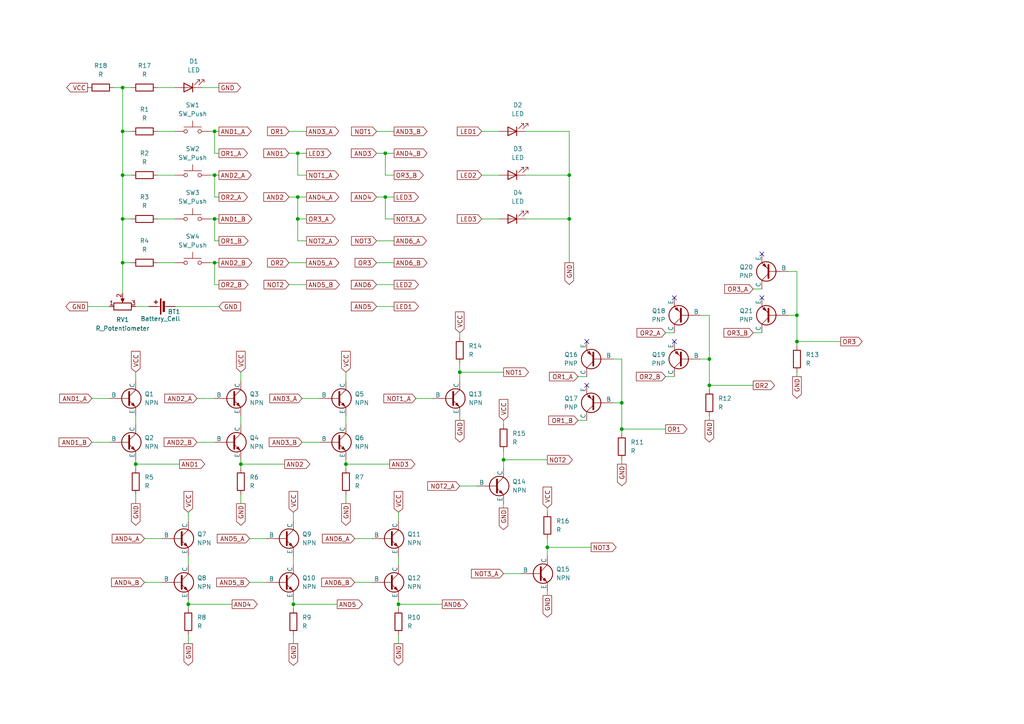
<source format=kicad_sch>
(kicad_sch (version 20250114) (generator "eeschema") (generator_version "9.0")
  (paper "A4")
  (title_block (title "2-Bit Adder") (date "2025-05-18") (rev "2") (company "Hack Club Solder (solder.hackclub.com)") (comment 4 "Ethan Zhou"))
  (lib_symbols
    (symbol "Device:Battery_Cell" (pin_numbers (hide yes)) (pin_names (offset 0) (hide yes))
      (property "Reference" "BT" (at 2.54 2.54 0))
      (property "Value" "Battery_Cell" (at 2.54 0 0))
      (symbol "Battery_Cell_0_1"
        (rectangle (start -2.286 1.778) (end 2.286 1.524) (fill (type outline)))
        (rectangle (start -1.524 1.016) (end 1.524 0.508) (fill (type outline)))
        (polyline (pts (xy 0 1.778) (xy 0 2.54)))
        (polyline (pts (xy 0 0.762) (xy 0 0)))
        (polyline (pts (xy 0.762 3.048) (xy 1.778 3.048)) (stroke (width 0.254)))
        (polyline (pts (xy 1.27 3.556) (xy 1.27 2.54)) (stroke (width 0.254)))
      )
      (symbol "Battery_Cell_1_1"
        (pin passive line (at 0 5.08 270) (length 2.54) (name "+") (number "1"))
        (pin passive line (at 0 -2.54 90) (length 2.54) (name "-") (number "2"))
      )
    )
    (symbol "Device:LED" (pin_numbers (hide yes)) (pin_names (offset 1.016) (hide yes))
      (property "Reference" "D" (at 0 2.54 0))
      (property "Value" "LED" (at 0 -2.54 0))
      (symbol "LED_0_1"
        (polyline (pts (xy -3.048 -0.762) (xy -4.572 -2.286) (xy -3.81 -2.286) (xy -4.572 -2.286) (xy -4.572 -1.524)))
        (polyline (pts (xy -1.778 -0.762) (xy -3.302 -2.286) (xy -2.54 -2.286) (xy -3.302 -2.286) (xy -3.302 -1.524)))
        (polyline (pts (xy -1.27 0) (xy 1.27 0)))
        (polyline (pts (xy -1.27 -1.27) (xy -1.27 1.27)) (stroke (width 0.254)))
        (polyline (pts (xy 1.27 -1.27) (xy 1.27 1.27) (xy -1.27 0) (xy 1.27 -1.27)) (stroke (width 0.254)))
      )
      (symbol "LED_1_1"
        (pin passive line (at -3.81 0 0) (length 2.54) (name "K") (number "1"))
        (pin passive line (at 3.81 0 180) (length 2.54) (name "A") (number "2"))
      )
    )
    (symbol "Device:R" (pin_numbers (hide yes)) (pin_names (offset 0))
      (property "Reference" "R" (at 2.032 0 90))
      (property "Value" "R" (at 0 0 90))
      (symbol "R_0_1"
        (rectangle (start -1.016 -2.54) (end 1.016 2.54) (stroke (width 0.254)))
      )
      (symbol "R_1_1"
        (pin passive line (at 0 3.81 270) (length 1.27) (name "~") (number "1"))
        (pin passive line (at 0 -3.81 90) (length 1.27) (name "~") (number "2"))
      )
    )
    (symbol "Device:R_Potentiometer" (pin_names (offset 1.016) (hide yes))
      (property "Reference" "RV" (at -4.445 0 90))
      (property "Value" "R_Potentiometer" (at -2.54 0 90))
      (symbol "R_Potentiometer_0_1"
        (rectangle (start 1.016 2.54) (end -1.016 -2.54) (stroke (width 0.254)))
        (polyline (pts (xy 1.143 0) (xy 2.286 0.508) (xy 2.286 -0.508) (xy 1.143 0)) (fill (type outline)))
        (polyline (pts (xy 2.54 0) (xy 1.524 0)))
      )
      (symbol "R_Potentiometer_1_1"
        (pin passive line (at 0 3.81 270) (length 1.27) (name "1") (number "1"))
        (pin passive line (at 0 -3.81 90) (length 1.27) (name "3") (number "3"))
        (pin passive line (at 3.81 0 180) (length 1.27) (name "2") (number "2"))
      )
    )
    (symbol "Simulation_SPICE:NPN" (pin_numbers (hide yes)) (pin_names (offset 0))
      (property "Reference" "Q" (at -2.54 7.62 0))
      (property "Value" "NPN" (at -2.54 5.08 0))
      (symbol "NPN_0_1"
        (polyline (pts (xy -2.54 0) (xy 0.635 0)) (stroke (width 0.1524)))
        (polyline (pts (xy 0.635 1.905) (xy 0.635 -1.905) (xy 0.635 -1.905)) (stroke (width 0.508)))
        (polyline (pts (xy 0.635 0.635) (xy 2.54 2.54)))
        (polyline (pts (xy 0.635 -0.635) (xy 2.54 -2.54) (xy 2.54 -2.54)))
        (circle (center 1.27 0) (radius 2.8194) (stroke (width 0.254)))
        (polyline (pts (xy 1.27 -1.778) (xy 1.778 -1.27) (xy 2.286 -2.286) (xy 1.27 -1.778) (xy 1.27 -1.778)) (fill (type outline)))
        (polyline (pts (xy 2.794 -1.27) (xy 2.794 -1.27)) (stroke (width 0.1524)))
        (polyline (pts (xy 2.794 -1.27) (xy 2.794 -1.27)) (stroke (width 0.1524)))
      )
      (symbol "NPN_1_1"
        (pin input line (at -5.08 0 0) (length 2.54) (name "B") (number "2"))
        (pin open_collector line (at 2.54 5.08 270) (length 2.54) (name "C") (number "1"))
        (pin open_emitter line (at 2.54 -5.08 90) (length 2.54) (name "E") (number "3"))
      )
    )
    (symbol "Simulation_SPICE:PNP" (pin_numbers (hide yes)) (pin_names (offset 0))
      (property "Reference" "Q" (at -2.54 7.62 0))
      (property "Value" "PNP" (at -2.54 5.08 0))
      (symbol "PNP_0_1"
        (polyline (pts (xy -2.54 0) (xy 0.635 0)) (stroke (width 0.1524)))
        (polyline (pts (xy 0.635 1.905) (xy 0.635 -1.905) (xy 0.635 -1.905)) (stroke (width 0.508)))
        (polyline (pts (xy 0.635 0.635) (xy 2.54 2.54)))
        (polyline (pts (xy 0.635 -0.635) (xy 2.54 -2.54) (xy 2.54 -2.54)))
        (circle (center 1.27 0) (radius 2.8194) (stroke (width 0.254)))
        (polyline (pts (xy 2.286 -1.778) (xy 1.778 -2.286) (xy 1.27 -1.27) (xy 2.286 -1.778) (xy 2.286 -1.778)) (fill (type outline)))
      )
      (symbol "PNP_1_1"
        (pin input line (at -5.08 0 0) (length 2.54) (name "B") (number "2"))
        (pin open_collector line (at 2.54 5.08 270) (length 2.54) (name "C") (number "1"))
        (pin open_emitter line (at 2.54 -5.08 90) (length 2.54) (name "E") (number "3"))
      )
    )
    (symbol "Switch:SW_Push" (pin_numbers (hide yes)) (pin_names (offset 1.016) (hide yes))
      (property "Reference" "SW" (at 1.27 2.54 0))
      (property "Value" "SW_Push" (at 0 -1.524 0))
      (symbol "SW_Push_0_1"
        (circle (center -2.032 0) (radius 0.508))
        (polyline (pts (xy 0 1.27) (xy 0 3.048)))
        (circle (center 2.032 0) (radius 0.508))
        (polyline (pts (xy 2.54 1.27) (xy -2.54 1.27)))
        (pin passive line (at -5.08 0 0) (length 2.54) (name "1") (number "1"))
        (pin passive line (at 5.08 0 180) (length 2.54) (name "2") (number "2"))
      )
    )
  )
  (junction (at 86.36 57.15))
  (junction (at 111.76 44.45))
  (junction (at 205.74 104.14))
  (junction (at 54.61 175.26))
  (junction (at 133.35 107.95))
  (junction (at 100.33 134.62))
  (junction (at 165.1 63.5))
  (junction (at 69.85 134.62))
  (junction (at 39.37 134.62))
  (junction (at 35.56 76.2))
  (junction (at 86.36 63.5))
  (junction (at 35.56 50.8))
  (junction (at 231.14 99.06))
  (junction (at 146.05 133.35))
  (junction (at 205.74 111.76))
  (junction (at 165.1 50.8))
  (junction (at 62.23 38.1))
  (junction (at 158.75 158.75))
  (junction (at 85.09 175.26))
  (junction (at 35.56 38.1))
  (junction (at 111.76 57.15))
  (junction (at 35.56 25.4))
  (junction (at 62.23 76.2))
  (junction (at 231.14 91.44))
  (junction (at 115.57 175.26))
  (junction (at 62.23 50.8))
  (junction (at 62.23 63.5))
  (junction (at 180.34 116.84))
  (junction (at 86.36 44.45))
  (junction (at 35.56 63.5))
  (junction (at 180.34 124.46))
  (no_connect (at 195.58 99.06))
  (no_connect (at 220.98 73.66))
  (no_connect (at 170.18 111.76))
  (no_connect (at 170.18 99.06))
  (no_connect (at 195.58 86.36))
  (no_connect (at 220.98 86.36))
  (wire (pts (xy 69.85 120.65) (xy 69.85 123.19)))
  (wire (pts (xy 86.36 50.8) (xy 88.9 50.8)))
  (wire (pts (xy 72.39 156.21) (xy 77.47 156.21)))
  (wire (pts (xy 86.36 44.45) (xy 88.9 44.45)))
  (wire (pts (xy 60.96 50.8) (xy 62.23 50.8)))
  (wire (pts (xy 39.37 134.62) (xy 39.37 135.89)))
  (wire (pts (xy 60.96 38.1) (xy 62.23 38.1)))
  (wire (pts (xy 62.23 69.85) (xy 63.5 69.85)))
  (wire (pts (xy 45.72 76.2) (xy 50.8 76.2)))
  (wire (pts (xy 69.85 134.62) (xy 82.55 134.62)))
  (wire (pts (xy 102.87 168.91) (xy 107.95 168.91)))
  (wire (pts (xy 35.56 76.2) (xy 35.56 85.09)))
  (wire (pts (xy 158.75 171.45) (xy 158.75 172.72)))
  (wire (pts (xy 167.64 121.92) (xy 170.18 121.92)))
  (wire (pts (xy 83.82 82.55) (xy 88.9 82.55)))
  (wire (pts (xy 41.91 156.21) (xy 46.99 156.21)))
  (wire (pts (xy 115.57 148.59) (xy 115.57 151.13)))
  (wire (pts (xy 86.36 57.15) (xy 86.36 63.5)))
  (wire (pts (xy 45.72 25.4) (xy 50.8 25.4)))
  (wire (pts (xy 109.22 44.45) (xy 111.76 44.45)))
  (wire (pts (xy 102.87 156.21) (xy 107.95 156.21)))
  (wire (pts (xy 86.36 69.85) (xy 88.9 69.85)))
  (wire (pts (xy 158.75 158.75) (xy 158.75 161.29)))
  (wire (pts (xy 158.75 156.21) (xy 158.75 158.75)))
  (wire (pts (xy 62.23 82.55) (xy 63.5 82.55)))
  (wire (pts (xy 111.76 44.45) (xy 111.76 50.8)))
  (wire (pts (xy 83.82 57.15) (xy 86.36 57.15)))
  (wire (pts (xy 205.74 111.76) (xy 205.74 113.03)))
  (wire (pts (xy 139.7 63.5) (xy 144.78 63.5)))
  (wire (pts (xy 69.85 107.95) (xy 69.85 110.49)))
  (wire (pts (xy 62.23 57.15) (xy 63.5 57.15)))
  (wire (pts (xy 54.61 175.26) (xy 54.61 176.53)))
  (wire (pts (xy 85.09 175.26) (xy 97.79 175.26)))
  (wire (pts (xy 133.35 107.95) (xy 133.35 110.49)))
  (wire (pts (xy 180.34 104.14) (xy 180.34 116.84)))
  (wire (pts (xy 62.23 38.1) (xy 63.5 38.1)))
  (wire (pts (xy 83.82 44.45) (xy 86.36 44.45)))
  (wire (pts (xy 39.37 143.51) (xy 39.37 146.05)))
  (wire (pts (xy 85.09 148.59) (xy 85.09 151.13)))
  (wire (pts (xy 62.23 50.8) (xy 63.5 50.8)))
  (wire (pts (xy 38.1 50.8) (xy 35.56 50.8)))
  (wire (pts (xy 62.23 63.5) (xy 62.23 69.85)))
  (wire (pts (xy 115.57 173.99) (xy 115.57 175.26)))
  (wire (pts (xy 62.23 63.5) (xy 63.5 63.5)))
  (wire (pts (xy 38.1 38.1) (xy 35.56 38.1)))
  (wire (pts (xy 109.22 69.85) (xy 114.3 69.85)))
  (wire (pts (xy 218.44 83.82) (xy 220.98 83.82)))
  (wire (pts (xy 85.09 173.99) (xy 85.09 175.26)))
  (wire (pts (xy 54.61 148.59) (xy 54.61 151.13)))
  (wire (pts (xy 100.33 143.51) (xy 100.33 146.05)))
  (wire (pts (xy 167.64 109.22) (xy 170.18 109.22)))
  (wire (pts (xy 62.23 76.2) (xy 63.5 76.2)))
  (wire (pts (xy 85.09 184.15) (xy 85.09 186.69)))
  (wire (pts (xy 69.85 134.62) (xy 69.85 135.89)))
  (wire (pts (xy 100.33 134.62) (xy 100.33 135.89)))
  (wire (pts (xy 62.23 76.2) (xy 62.23 82.55)))
  (wire (pts (xy 62.23 44.45) (xy 63.5 44.45)))
  (wire (pts (xy 133.35 120.65) (xy 133.35 121.92)))
  (wire (pts (xy 205.74 104.14) (xy 205.74 111.76)))
  (wire (pts (xy 203.2 91.44) (xy 205.74 91.44)))
  (wire (pts (xy 39.37 134.62) (xy 52.07 134.62)))
  (wire (pts (xy 41.91 168.91) (xy 46.99 168.91)))
  (wire (pts (xy 139.7 38.1) (xy 144.78 38.1)))
  (wire (pts (xy 35.56 25.4) (xy 38.1 25.4)))
  (wire (pts (xy 111.76 57.15) (xy 111.76 63.5)))
  (wire (pts (xy 133.35 140.97) (xy 138.43 140.97)))
  (wire (pts (xy 228.6 78.74) (xy 231.14 78.74)))
  (wire (pts (xy 165.1 50.8) (xy 165.1 63.5)))
  (wire (pts (xy 72.39 168.91) (xy 77.47 168.91)))
  (wire (pts (xy 146.05 121.92) (xy 146.05 123.19)))
  (wire (pts (xy 25.4 88.9) (xy 31.75 88.9)))
  (wire (pts (xy 146.05 133.35) (xy 146.05 135.89)))
  (wire (pts (xy 60.96 76.2) (xy 62.23 76.2)))
  (wire (pts (xy 69.85 143.51) (xy 69.85 146.05)))
  (wire (pts (xy 180.34 133.35) (xy 180.34 134.62)))
  (wire (pts (xy 180.34 124.46) (xy 180.34 125.73)))
  (wire (pts (xy 50.8 88.9) (xy 63.5 88.9)))
  (wire (pts (xy 111.76 63.5) (xy 114.3 63.5)))
  (wire (pts (xy 146.05 133.35) (xy 158.75 133.35)))
  (wire (pts (xy 205.74 120.65) (xy 205.74 121.92)))
  (wire (pts (xy 228.6 91.44) (xy 231.14 91.44)))
  (wire (pts (xy 109.22 82.55) (xy 114.3 82.55)))
  (wire (pts (xy 109.22 88.9) (xy 114.3 88.9)))
  (wire (pts (xy 231.14 91.44) (xy 231.14 99.06)))
  (wire (pts (xy 87.63 115.57) (xy 92.71 115.57)))
  (wire (pts (xy 35.56 76.2) (xy 38.1 76.2)))
  (wire (pts (xy 203.2 104.14) (xy 205.74 104.14)))
  (wire (pts (xy 85.09 161.29) (xy 85.09 163.83)))
  (wire (pts (xy 86.36 57.15) (xy 88.9 57.15)))
  (wire (pts (xy 115.57 175.26) (xy 128.27 175.26)))
  (wire (pts (xy 39.37 120.65) (xy 39.37 123.19)))
  (wire (pts (xy 45.72 38.1) (xy 50.8 38.1)))
  (wire (pts (xy 39.37 133.35) (xy 39.37 134.62)))
  (wire (pts (xy 146.05 130.81) (xy 146.05 133.35)))
  (wire (pts (xy 83.82 76.2) (xy 88.9 76.2)))
  (wire (pts (xy 109.22 38.1) (xy 114.3 38.1)))
  (wire (pts (xy 100.33 120.65) (xy 100.33 123.19)))
  (wire (pts (xy 109.22 57.15) (xy 111.76 57.15)))
  (wire (pts (xy 120.65 115.57) (xy 125.73 115.57)))
  (wire (pts (xy 111.76 50.8) (xy 114.3 50.8)))
  (wire (pts (xy 60.96 63.5) (xy 62.23 63.5)))
  (wire (pts (xy 231.14 107.95) (xy 231.14 109.22)))
  (wire (pts (xy 205.74 91.44) (xy 205.74 104.14)))
  (wire (pts (xy 111.76 44.45) (xy 114.3 44.45)))
  (wire (pts (xy 39.37 88.9) (xy 43.18 88.9)))
  (wire (pts (xy 57.15 128.27) (xy 62.23 128.27)))
  (wire (pts (xy 109.22 76.2) (xy 114.3 76.2)))
  (wire (pts (xy 146.05 166.37) (xy 151.13 166.37)))
  (wire (pts (xy 133.35 107.95) (xy 146.05 107.95)))
  (wire (pts (xy 180.34 116.84) (xy 180.34 124.46)))
  (wire (pts (xy 87.63 128.27) (xy 92.71 128.27)))
  (wire (pts (xy 35.56 38.1) (xy 35.56 25.4)))
  (wire (pts (xy 100.33 133.35) (xy 100.33 134.62)))
  (wire (pts (xy 35.56 38.1) (xy 35.56 50.8)))
  (wire (pts (xy 62.23 38.1) (xy 62.23 44.45)))
  (wire (pts (xy 54.61 175.26) (xy 67.31 175.26)))
  (wire (pts (xy 45.72 50.8) (xy 50.8 50.8)))
  (wire (pts (xy 115.57 175.26) (xy 115.57 176.53)))
  (wire (pts (xy 35.56 63.5) (xy 35.56 76.2)))
  (wire (pts (xy 39.37 107.95) (xy 39.37 110.49)))
  (wire (pts (xy 85.09 175.26) (xy 85.09 176.53)))
  (wire (pts (xy 86.36 63.5) (xy 88.9 63.5)))
  (wire (pts (xy 139.7 50.8) (xy 144.78 50.8)))
  (wire (pts (xy 100.33 107.95) (xy 100.33 110.49)))
  (wire (pts (xy 86.36 63.5) (xy 86.36 69.85)))
  (wire (pts (xy 83.82 38.1) (xy 88.9 38.1)))
  (wire (pts (xy 205.74 111.76) (xy 218.44 111.76)))
  (wire (pts (xy 86.36 44.45) (xy 86.36 50.8)))
  (wire (pts (xy 231.14 99.06) (xy 231.14 100.33)))
  (wire (pts (xy 100.33 134.62) (xy 113.03 134.62)))
  (wire (pts (xy 165.1 38.1) (xy 165.1 50.8)))
  (wire (pts (xy 58.42 25.4) (xy 63.5 25.4)))
  (wire (pts (xy 54.61 184.15) (xy 54.61 186.69)))
  (wire (pts (xy 152.4 38.1) (xy 165.1 38.1)))
  (wire (pts (xy 177.8 104.14) (xy 180.34 104.14)))
  (wire (pts (xy 177.8 116.84) (xy 180.34 116.84)))
  (wire (pts (xy 45.72 63.5) (xy 50.8 63.5)))
  (wire (pts (xy 35.56 50.8) (xy 35.56 63.5)))
  (wire (pts (xy 231.14 99.06) (xy 243.84 99.06)))
  (wire (pts (xy 158.75 158.75) (xy 171.45 158.75)))
  (wire (pts (xy 231.14 78.74) (xy 231.14 91.44)))
  (wire (pts (xy 35.56 63.5) (xy 38.1 63.5)))
  (wire (pts (xy 115.57 184.15) (xy 115.57 186.69)))
  (wire (pts (xy 133.35 96.52) (xy 133.35 97.79)))
  (wire (pts (xy 193.04 96.52) (xy 195.58 96.52)))
  (wire (pts (xy 54.61 161.29) (xy 54.61 163.83)))
  (wire (pts (xy 152.4 50.8) (xy 165.1 50.8)))
  (wire (pts (xy 193.04 109.22) (xy 195.58 109.22)))
  (wire (pts (xy 57.15 115.57) (xy 62.23 115.57)))
  (wire (pts (xy 62.23 50.8) (xy 62.23 57.15)))
  (wire (pts (xy 54.61 173.99) (xy 54.61 175.26)))
  (wire (pts (xy 152.4 63.5) (xy 165.1 63.5)))
  (wire (pts (xy 158.75 147.32) (xy 158.75 148.59)))
  (wire (pts (xy 26.67 128.27) (xy 31.75 128.27)))
  (wire (pts (xy 33.02 25.4) (xy 35.56 25.4)))
  (wire (pts (xy 69.85 133.35) (xy 69.85 134.62)))
  (wire (pts (xy 146.05 146.05) (xy 146.05 147.32)))
  (wire (pts (xy 26.67 115.57) (xy 31.75 115.57)))
  (wire (pts (xy 133.35 105.41) (xy 133.35 107.95)))
  (wire (pts (xy 111.76 57.15) (xy 114.3 57.15)))
  (wire (pts (xy 165.1 63.5) (xy 165.1 76.2)))
  (wire (pts (xy 218.44 96.52) (xy 220.98 96.52)))
  (wire (pts (xy 115.57 161.29) (xy 115.57 163.83)))
  (wire (pts (xy 180.34 124.46) (xy 193.04 124.46)))
  (global_label "GND" (shape output) (at 63.5 25.4 0) (property "Intersheetrefs" "${INTERSHEET_REFS}" (effects (hide yes))))
  (global_label "AND6_B" (shape output) (at 114.3 76.2 0) (property "Intersheetrefs" "${INTERSHEET_REFS}" (effects (hide yes))))
  (global_label "GND" (shape output) (at 158.75 172.72 270) (property "Intersheetrefs" "${INTERSHEET_REFS}" (effects (hide yes))))
  (global_label "NOT3_A" (shape input) (at 146.05 166.37 180) (property "Intersheetrefs" "${INTERSHEET_REFS}" (effects (hide yes))))
  (global_label "VCC" (shape input) (at 133.35 96.52 90) (property "Intersheetrefs" "${INTERSHEET_REFS}" (effects (hide yes))))
  (global_label "GND" (shape input) (at 63.5 88.9 0) (property "Intersheetrefs" "${INTERSHEET_REFS}" (effects (hide yes))))
  (global_label "GND" (shape output) (at 165.1 76.2 270) (property "Intersheetrefs" "${INTERSHEET_REFS}" (effects (hide yes))))
  (global_label "GND" (shape output) (at 205.74 121.92 270) (property "Intersheetrefs" "${INTERSHEET_REFS}" (effects (hide yes))))
  (global_label "OR1_A" (shape input) (at 167.64 109.22 180) (property "Intersheetrefs" "${INTERSHEET_REFS}" (effects (hide yes))))
  (global_label "AND5" (shape input) (at 109.22 88.9 180) (property "Intersheetrefs" "${INTERSHEET_REFS}" (effects (hide yes))))
  (global_label "LED1" (shape output) (at 114.3 88.9 0) (property "Intersheetrefs" "${INTERSHEET_REFS}" (effects (hide yes))))
  (global_label "LED2" (shape input) (at 139.7 50.8 180) (property "Intersheetrefs" "${INTERSHEET_REFS}" (effects (hide yes))))
  (global_label "AND1_A" (shape input) (at 26.67 115.57 180) (property "Intersheetrefs" "${INTERSHEET_REFS}" (effects (hide yes))))
  (global_label "OR1_A" (shape output) (at 63.5 44.45 0) (property "Intersheetrefs" "${INTERSHEET_REFS}" (effects (hide yes))))
  (global_label "OR1" (shape output) (at 193.04 124.46 0) (property "Intersheetrefs" "${INTERSHEET_REFS}" (effects (hide yes))))
  (global_label "GND" (shape output) (at 133.35 121.92 270) (property "Intersheetrefs" "${INTERSHEET_REFS}" (effects (hide yes))))
  (global_label "NOT3_A" (shape output) (at 114.3 63.5 0) (property "Intersheetrefs" "${INTERSHEET_REFS}" (effects (hide yes))))
  (global_label "LED3" (shape input) (at 139.7 63.5 180) (property "Intersheetrefs" "${INTERSHEET_REFS}" (effects (hide yes))))
  (global_label "OR3_A" (shape output) (at 88.9 63.5 0) (property "Intersheetrefs" "${INTERSHEET_REFS}" (effects (hide yes))))
  (global_label "VCC" (shape input) (at 85.09 148.59 90) (property "Intersheetrefs" "${INTERSHEET_REFS}" (effects (hide yes))))
  (global_label "VCC" (shape input) (at 146.05 121.92 90) (property "Intersheetrefs" "${INTERSHEET_REFS}" (effects (hide yes))))
  (global_label "OR2_B" (shape output) (at 63.5 82.55 0) (property "Intersheetrefs" "${INTERSHEET_REFS}" (effects (hide yes))))
  (global_label "OR1_B" (shape output) (at 63.5 69.85 0) (property "Intersheetrefs" "${INTERSHEET_REFS}" (effects (hide yes))))
  (global_label "LED2" (shape output) (at 114.3 82.55 0) (property "Intersheetrefs" "${INTERSHEET_REFS}" (effects (hide yes))))
  (global_label "GND" (shape output) (at 115.57 186.69 270) (property "Intersheetrefs" "${INTERSHEET_REFS}" (effects (hide yes))))
  (global_label "AND5_B" (shape output) (at 88.9 82.55 0) (property "Intersheetrefs" "${INTERSHEET_REFS}" (effects (hide yes))))
  (global_label "OR2_A" (shape output) (at 63.5 57.15 0) (property "Intersheetrefs" "${INTERSHEET_REFS}" (effects (hide yes))))
  (global_label "AND3_B" (shape input) (at 87.63 128.27 180) (property "Intersheetrefs" "${INTERSHEET_REFS}" (effects (hide yes))))
  (global_label "VCC" (shape input) (at 115.57 148.59 90) (property "Intersheetrefs" "${INTERSHEET_REFS}" (effects (hide yes))))
  (global_label "AND3_A" (shape output) (at 88.9 38.1 0) (property "Intersheetrefs" "${INTERSHEET_REFS}" (effects (hide yes))))
  (global_label "OR2" (shape input) (at 83.82 76.2 180) (property "Intersheetrefs" "${INTERSHEET_REFS}" (effects (hide yes))))
  (global_label "NOT1_A" (shape input) (at 120.65 115.57 180) (property "Intersheetrefs" "${INTERSHEET_REFS}" (effects (hide yes))))
  (global_label "OR1_B" (shape input) (at 167.64 121.92 180) (property "Intersheetrefs" "${INTERSHEET_REFS}" (effects (hide yes))))
  (global_label "VCC" (shape input) (at 100.33 107.95 90) (property "Intersheetrefs" "${INTERSHEET_REFS}" (effects (hide yes))))
  (global_label "AND4_A" (shape output) (at 88.9 57.15 0) (property "Intersheetrefs" "${INTERSHEET_REFS}" (effects (hide yes))))
  (global_label "OR3_A" (shape input) (at 218.44 83.82 180) (property "Intersheetrefs" "${INTERSHEET_REFS}" (effects (hide yes))))
  (global_label "AND5_B" (shape input) (at 72.39 168.91 180) (property "Intersheetrefs" "${INTERSHEET_REFS}" (effects (hide yes))))
  (global_label "GND" (shape output) (at 54.61 186.69 270) (property "Intersheetrefs" "${INTERSHEET_REFS}" (effects (hide yes))))
  (global_label "NOT1" (shape output) (at 146.05 107.95 0) (property "Intersheetrefs" "${INTERSHEET_REFS}" (effects (hide yes))))
  (global_label "AND1" (shape output) (at 52.07 134.62 0) (property "Intersheetrefs" "${INTERSHEET_REFS}" (effects (hide yes))))
  (global_label "NOT2" (shape output) (at 158.75 133.35 0) (property "Intersheetrefs" "${INTERSHEET_REFS}" (effects (hide yes))))
  (global_label "AND4" (shape input) (at 109.22 57.15 180) (property "Intersheetrefs" "${INTERSHEET_REFS}" (effects (hide yes))))
  (global_label "GND" (shape output) (at 39.37 146.05 270) (property "Intersheetrefs" "${INTERSHEET_REFS}" (effects (hide yes))))
  (global_label "AND6_A" (shape output) (at 114.3 69.85 0) (property "Intersheetrefs" "${INTERSHEET_REFS}" (effects (hide yes))))
  (global_label "AND4_A" (shape input) (at 41.91 156.21 180) (property "Intersheetrefs" "${INTERSHEET_REFS}" (effects (hide yes))))
  (global_label "AND5" (shape output) (at 97.79 175.26 0) (property "Intersheetrefs" "${INTERSHEET_REFS}" (effects (hide yes))))
  (global_label "OR3_B" (shape output) (at 114.3 50.8 0) (property "Intersheetrefs" "${INTERSHEET_REFS}" (effects (hide yes))))
  (global_label "AND1_B" (shape output) (at 63.5 63.5 0) (property "Intersheetrefs" "${INTERSHEET_REFS}" (effects (hide yes))))
  (global_label "NOT3" (shape output) (at 171.45 158.75 0) (property "Intersheetrefs" "${INTERSHEET_REFS}" (effects (hide yes))))
  (global_label "OR2_A" (shape input) (at 193.04 96.52 180) (property "Intersheetrefs" "${INTERSHEET_REFS}" (effects (hide yes))))
  (global_label "AND4" (shape output) (at 67.31 175.26 0) (property "Intersheetrefs" "${INTERSHEET_REFS}" (effects (hide yes))))
  (global_label "AND2" (shape output) (at 82.55 134.62 0) (property "Intersheetrefs" "${INTERSHEET_REFS}" (effects (hide yes))))
  (global_label "AND2_B" (shape input) (at 57.15 128.27 180) (property "Intersheetrefs" "${INTERSHEET_REFS}" (effects (hide yes))))
  (global_label "AND3_A" (shape input) (at 87.63 115.57 180) (property "Intersheetrefs" "${INTERSHEET_REFS}" (effects (hide yes))))
  (global_label "VCC" (shape input) (at 158.75 147.32 90) (property "Intersheetrefs" "${INTERSHEET_REFS}" (effects (hide yes))))
  (global_label "LED3" (shape output) (at 114.3 57.15 0) (property "Intersheetrefs" "${INTERSHEET_REFS}" (effects (hide yes))))
  (global_label "GND" (shape output) (at 25.4 88.9 180) (property "Intersheetrefs" "${INTERSHEET_REFS}" (effects (hide yes))))
  (global_label "OR2" (shape output) (at 218.44 111.76 0) (property "Intersheetrefs" "${INTERSHEET_REFS}" (effects (hide yes))))
  (global_label "AND2_A" (shape input) (at 57.15 115.57 180) (property "Intersheetrefs" "${INTERSHEET_REFS}" (effects (hide yes))))
  (global_label "VCC" (shape input) (at 39.37 107.95 90) (property "Intersheetrefs" "${INTERSHEET_REFS}" (effects (hide yes))))
  (global_label "GND" (shape output) (at 146.05 147.32 270) (property "Intersheetrefs" "${INTERSHEET_REFS}" (effects (hide yes))))
  (global_label "OR3" (shape output) (at 243.84 99.06 0) (property "Intersheetrefs" "${INTERSHEET_REFS}" (effects (hide yes))))
  (global_label "LED1" (shape input) (at 139.7 38.1 180) (property "Intersheetrefs" "${INTERSHEET_REFS}" (effects (hide yes))))
  (global_label "LED3" (shape output) (at 88.9 44.45 0) (property "Intersheetrefs" "${INTERSHEET_REFS}" (effects (hide yes))))
  (global_label "NOT1_A" (shape output) (at 88.9 50.8 0) (property "Intersheetrefs" "${INTERSHEET_REFS}" (effects (hide yes))))
  (global_label "OR3_B" (shape input) (at 218.44 96.52 180) (property "Intersheetrefs" "${INTERSHEET_REFS}" (effects (hide yes))))
  (global_label "AND6" (shape input) (at 109.22 82.55 180) (property "Intersheetrefs" "${INTERSHEET_REFS}" (effects (hide yes))))
  (global_label "NOT2" (shape input) (at 83.82 82.55 180) (property "Intersheetrefs" "${INTERSHEET_REFS}" (effects (hide yes))))
  (global_label "AND5_A" (shape input) (at 72.39 156.21 180) (property "Intersheetrefs" "${INTERSHEET_REFS}" (effects (hide yes))))
  (global_label "AND6" (shape output) (at 128.27 175.26 0) (property "Intersheetrefs" "${INTERSHEET_REFS}" (effects (hide yes))))
  (global_label "NOT3" (shape input) (at 109.22 69.85 180) (property "Intersheetrefs" "${INTERSHEET_REFS}" (effects (hide yes))))
  (global_label "AND1_B" (shape input) (at 26.67 128.27 180) (property "Intersheetrefs" "${INTERSHEET_REFS}" (effects (hide yes))))
  (global_label "GND" (shape output) (at 231.14 109.22 270) (property "Intersheetrefs" "${INTERSHEET_REFS}" (effects (hide yes))))
  (global_label "AND2_A" (shape output) (at 63.5 50.8 0) (property "Intersheetrefs" "${INTERSHEET_REFS}" (effects (hide yes))))
  (global_label "NOT2_A" (shape input) (at 133.35 140.97 180) (property "Intersheetrefs" "${INTERSHEET_REFS}" (effects (hide yes))))
  (global_label "AND1" (shape input) (at 83.82 44.45 180) (property "Intersheetrefs" "${INTERSHEET_REFS}" (effects (hide yes))))
  (global_label "AND3" (shape output) (at 113.03 134.62 0) (property "Intersheetrefs" "${INTERSHEET_REFS}" (effects (hide yes))))
  (global_label "OR3" (shape input) (at 109.22 76.2 180) (property "Intersheetrefs" "${INTERSHEET_REFS}" (effects (hide yes))))
  (global_label "VCC" (shape input) (at 54.61 148.59 90) (property "Intersheetrefs" "${INTERSHEET_REFS}" (effects (hide yes))))
  (global_label "GND" (shape output) (at 85.09 186.69 270) (property "Intersheetrefs" "${INTERSHEET_REFS}" (effects (hide yes))))
  (global_label "NOT2_A" (shape output) (at 88.9 69.85 0) (property "Intersheetrefs" "${INTERSHEET_REFS}" (effects (hide yes))))
  (global_label "AND2_B" (shape output) (at 63.5 76.2 0) (property "Intersheetrefs" "${INTERSHEET_REFS}" (effects (hide yes))))
  (global_label "VCC" (shape output) (at 25.4 25.4 180) (property "Intersheetrefs" "${INTERSHEET_REFS}" (effects (hide yes))))
  (global_label "OR1" (shape input) (at 83.82 38.1 180) (property "Intersheetrefs" "${INTERSHEET_REFS}" (effects (hide yes))))
  (global_label "AND3" (shape input) (at 109.22 44.45 180) (property "Intersheetrefs" "${INTERSHEET_REFS}" (effects (hide yes))))
  (global_label "GND" (shape output) (at 180.34 134.62 270) (property "Intersheetrefs" "${INTERSHEET_REFS}" (effects (hide yes))))
  (global_label "NOT1" (shape input) (at 109.22 38.1 180) (property "Intersheetrefs" "${INTERSHEET_REFS}" (effects (hide yes))))
  (global_label "OR2_B" (shape input) (at 193.04 109.22 180) (property "Intersheetrefs" "${INTERSHEET_REFS}" (effects (hide yes))))
  (global_label "AND6_A" (shape input) (at 102.87 156.21 180) (property "Intersheetrefs" "${INTERSHEET_REFS}" (effects (hide yes))))
  (global_label "AND1_A" (shape output) (at 63.5 38.1 0) (property "Intersheetrefs" "${INTERSHEET_REFS}" (effects (hide yes))))
  (global_label "AND3_B" (shape output) (at 114.3 38.1 0) (property "Intersheetrefs" "${INTERSHEET_REFS}" (effects (hide yes))))
  (global_label "VCC" (shape input) (at 69.85 107.95 90) (property "Intersheetrefs" "${INTERSHEET_REFS}" (effects (hide yes))))
  (global_label "AND6_B" (shape input) (at 102.87 168.91 180) (property "Intersheetrefs" "${INTERSHEET_REFS}" (effects (hide yes))))
  (global_label "GND" (shape output) (at 100.33 146.05 270) (property "Intersheetrefs" "${INTERSHEET_REFS}" (effects (hide yes))))
  (global_label "AND4_B" (shape output) (at 114.3 44.45 0) (property "Intersheetrefs" "${INTERSHEET_REFS}" (effects (hide yes))))
  (global_label "AND2" (shape input) (at 83.82 57.15 180) (property "Intersheetrefs" "${INTERSHEET_REFS}" (effects (hide yes))))
  (global_label "GND" (shape output) (at 69.85 146.05 270) (property "Intersheetrefs" "${INTERSHEET_REFS}" (effects (hide yes))))
  (global_label "AND4_B" (shape input) (at 41.91 168.91 180) (property "Intersheetrefs" "${INTERSHEET_REFS}" (effects (hide yes))))
  (global_label "AND5_A" (shape output) (at 88.9 76.2 0) (property "Intersheetrefs" "${INTERSHEET_REFS}" (effects (hide yes))))
  (symbol (lib_id "Device:R") (at 133.35 101.6 0) (unit 1)
    (property "Reference" "R14" (at 135.89 100.3299 0) (effects (justify left)))
    (property "Value" "R" (at 135.89 102.8699 0) (effects (justify left)))
    (property "Footprint" "Resistor_THT:R_Axial_DIN0207_L6.3mm_D2.5mm_P7.62mm_Horizontal" (effects (hide yes)))
    (property "Description" "Resistor" (effects (hide yes)))
  )
  (symbol (lib_id "Device:R") (at 39.37 139.7 0) (unit 1)
    (property "Reference" "R5" (at 41.91 138.4299 0) (effects (justify left)))
    (property "Value" "R" (at 41.91 140.9699 0) (effects (justify left)))
    (property "Footprint" "Resistor_THT:R_Axial_DIN0207_L6.3mm_D2.5mm_P7.62mm_Horizontal" (effects (hide yes)))
    (property "Description" "Resistor" (effects (hide yes)))
  )
  (symbol (lib_id "Device:R") (at 41.91 76.2 90) (unit 1)
    (property "Reference" "R4" (at 41.91 69.85 90))
    (property "Value" "R" (at 41.91 72.39 90))
    (property "Footprint" "Resistor_THT:R_Axial_DIN0207_L6.3mm_D2.5mm_P7.62mm_Horizontal" (effects (hide yes)))
    (property "Description" "Resistor" (effects (hide yes)))
  )
  (symbol (lib_id "Simulation_SPICE:PNP") (at 223.52 78.74 180) (unit 1)
    (property "Reference" "Q20" (at 218.44 77.4699 0) (effects (justify left)))
    (property "Value" "PNP" (at 218.44 80.0099 0) (effects (justify left)))
    (property "Footprint" "Package_TO_SOT_THT:TO-92L_HandSolder" (effects (hide yes)))
    (property "Datasheet" "https://ngspice.sourceforge.io/docs/ngspice-html-manual/manual.xhtml#cha_BJTs" (effects (hide yes)))
    (property "Description" "Bipolar transistor symbol for simulation only, substrate tied to the emitter" (effects (hide yes)))
    (property "Sim.Device" "PNP" (effects (hide yes)))
    (property "Sim.Type" "GUMMELPOON" (effects (hide yes)))
    (property "Sim.Pins" "1=C 2=B 3=E" (effects (hide yes)))
  )
  (symbol (lib_id "Simulation_SPICE:NPN") (at 156.21 166.37 0) (unit 1)
    (property "Reference" "Q15" (at 161.29 165.0999 0) (effects (justify left)))
    (property "Value" "NPN" (at 161.29 167.6399 0) (effects (justify left)))
    (property "Footprint" "Package_TO_SOT_THT:TO-92L_HandSolder" (effects (hide yes)))
    (property "Datasheet" "https://ngspice.sourceforge.io/docs/ngspice-html-manual/manual.xhtml#cha_BJTs" (effects (hide yes)))
    (property "Description" "Bipolar transistor symbol for simulation only, substrate tied to the emitter" (effects (hide yes)))
    (property "Sim.Device" "NPN" (effects (hide yes)))
    (property "Sim.Type" "GUMMELPOON" (effects (hide yes)))
    (property "Sim.Pins" "1=C 2=B 3=E" (effects (hide yes)))
  )
  (symbol (lib_id "Device:R") (at 100.33 139.7 0) (unit 1)
    (property "Reference" "R7" (at 102.87 138.4299 0) (effects (justify left)))
    (property "Value" "R" (at 102.87 140.9699 0) (effects (justify left)))
    (property "Footprint" "Resistor_THT:R_Axial_DIN0207_L6.3mm_D2.5mm_P7.62mm_Horizontal" (effects (hide yes)))
    (property "Description" "Resistor" (effects (hide yes)))
  )
  (symbol (lib_id "Device:R") (at 41.91 38.1 90) (unit 1)
    (property "Reference" "R1" (at 41.91 31.75 90))
    (property "Value" "R" (at 41.91 34.29 90))
    (property "Footprint" "Resistor_THT:R_Axial_DIN0207_L6.3mm_D2.5mm_P7.62mm_Horizontal" (effects (hide yes)))
    (property "Description" "Resistor" (effects (hide yes)))
  )
  (symbol (lib_id "Simulation_SPICE:NPN") (at 67.31 115.57 0) (unit 1)
    (property "Reference" "Q3" (at 72.39 114.2999 0) (effects (justify left)))
    (property "Value" "NPN" (at 72.39 116.8399 0) (effects (justify left)))
    (property "Footprint" "Package_TO_SOT_THT:TO-92L_HandSolder" (effects (hide yes)))
    (property "Datasheet" "https://ngspice.sourceforge.io/docs/ngspice-html-manual/manual.xhtml#cha_BJTs" (effects (hide yes)))
    (property "Description" "Bipolar transistor symbol for simulation only, substrate tied to the emitter" (effects (hide yes)))
    (property "Sim.Device" "NPN" (effects (hide yes)))
    (property "Sim.Type" "GUMMELPOON" (effects (hide yes)))
    (property "Sim.Pins" "1=C 2=B 3=E" (effects (hide yes)))
  )
  (symbol (lib_id "Switch:SW_Push") (at 55.88 50.8 0) (unit 1)
    (property "Reference" "SW2" (at 55.88 43.18 0))
    (property "Value" "SW_Push" (at 55.88 45.72 0))
    (property "Footprint" "Button_Switch_THT:SW_PUSH_6mm" (effects (hide yes)))
    (property "Description" "Push button switch, generic, two pins" (effects (hide yes)))
  )
  (symbol (lib_id "Device:R") (at 41.91 50.8 90) (unit 1)
    (property "Reference" "R2" (at 41.91 44.45 90))
    (property "Value" "R" (at 41.91 46.99 90))
    (property "Footprint" "Resistor_THT:R_Axial_DIN0207_L6.3mm_D2.5mm_P7.62mm_Horizontal" (effects (hide yes)))
    (property "Description" "Resistor" (effects (hide yes)))
  )
  (symbol (lib_id "Simulation_SPICE:NPN") (at 52.07 168.91 0) (unit 1)
    (property "Reference" "Q8" (at 57.15 167.6399 0) (effects (justify left)))
    (property "Value" "NPN" (at 57.15 170.1799 0) (effects (justify left)))
    (property "Footprint" "Package_TO_SOT_THT:TO-92L_HandSolder" (effects (hide yes)))
    (property "Datasheet" "https://ngspice.sourceforge.io/docs/ngspice-html-manual/manual.xhtml#cha_BJTs" (effects (hide yes)))
    (property "Description" "Bipolar transistor symbol for simulation only, substrate tied to the emitter" (effects (hide yes)))
    (property "Sim.Device" "NPN" (effects (hide yes)))
    (property "Sim.Type" "GUMMELPOON" (effects (hide yes)))
    (property "Sim.Pins" "1=C 2=B 3=E" (effects (hide yes)))
  )
  (symbol (lib_id "Device:LED") (at 148.59 38.1 180) (unit 1)
    (property "Reference" "D2" (at 150.1775 30.48 0))
    (property "Value" "LED" (at 150.1775 33.02 0))
    (property "Footprint" "LED_THT:LED_D5.0mm" (effects (hide yes)))
    (property "Description" "Light emitting diode" (effects (hide yes)))
    (property "Sim.Pins" "1=K 2=A" (effects (hide yes)))
  )
  (symbol (lib_id "Simulation_SPICE:NPN") (at 36.83 115.57 0) (unit 1)
    (property "Reference" "Q1" (at 41.91 114.2999 0) (effects (justify left)))
    (property "Value" "NPN" (at 41.91 116.8399 0) (effects (justify left)))
    (property "Footprint" "Package_TO_SOT_THT:TO-92L_HandSolder" (effects (hide yes)))
    (property "Datasheet" "https://ngspice.sourceforge.io/docs/ngspice-html-manual/manual.xhtml#cha_BJTs" (effects (hide yes)))
    (property "Description" "Bipolar transistor symbol for simulation only, substrate tied to the emitter" (effects (hide yes)))
    (property "Sim.Device" "NPN" (effects (hide yes)))
    (property "Sim.Type" "GUMMELPOON" (effects (hide yes)))
    (property "Sim.Pins" "1=C 2=B 3=E" (effects (hide yes)))
  )
  (symbol (lib_id "Device:R") (at 69.85 139.7 0) (unit 1)
    (property "Reference" "R6" (at 72.39 138.4299 0) (effects (justify left)))
    (property "Value" "R" (at 72.39 140.9699 0) (effects (justify left)))
    (property "Footprint" "Resistor_THT:R_Axial_DIN0207_L6.3mm_D2.5mm_P7.62mm_Horizontal" (effects (hide yes)))
    (property "Description" "Resistor" (effects (hide yes)))
  )
  (symbol (lib_id "Switch:SW_Push") (at 55.88 76.2 0) (unit 1)
    (property "Reference" "SW4" (at 55.88 68.58 0))
    (property "Value" "SW_Push" (at 55.88 71.12 0))
    (property "Footprint" "Button_Switch_THT:SW_PUSH_6mm" (effects (hide yes)))
    (property "Description" "Push button switch, generic, two pins" (effects (hide yes)))
  )
  (symbol (lib_id "Simulation_SPICE:PNP") (at 172.72 116.84 180) (unit 1)
    (property "Reference" "Q17" (at 167.64 115.5699 0) (effects (justify left)))
    (property "Value" "PNP" (at 167.64 118.1099 0) (effects (justify left)))
    (property "Footprint" "Package_TO_SOT_THT:TO-92L_HandSolder" (effects (hide yes)))
    (property "Datasheet" "https://ngspice.sourceforge.io/docs/ngspice-html-manual/manual.xhtml#cha_BJTs" (effects (hide yes)))
    (property "Description" "Bipolar transistor symbol for simulation only, substrate tied to the emitter" (effects (hide yes)))
    (property "Sim.Device" "PNP" (effects (hide yes)))
    (property "Sim.Type" "GUMMELPOON" (effects (hide yes)))
    (property "Sim.Pins" "1=C 2=B 3=E" (effects (hide yes)))
  )
  (symbol (lib_id "Device:LED") (at 54.61 25.4 180) (unit 1)
    (property "Reference" "D1" (at 56.1975 17.78 0))
    (property "Value" "LED" (at 56.1975 20.32 0))
    (property "Footprint" "LED_THT:LED_D5.0mm" (effects (hide yes)))
    (property "Description" "Light emitting diode" (effects (hide yes)))
    (property "Sim.Pins" "1=K 2=A" (effects (hide yes)))
  )
  (symbol (lib_id "Device:Battery_Cell") (at 48.26 88.9 90) (unit 1)
    (property "Reference" "BT1" (at 52.324 90.424 90) (effects (justify left)))
    (property "Value" "Battery_Cell" (at 52.324 92.456 90) (effects (justify left)))
    (property "Footprint" "Battery:BatteryHolder_Keystone_3034_1x20mm" (effects (hide yes)))
    (property "Description" "Single-cell battery" (effects (hide yes)))
  )
  (symbol (lib_id "Device:R") (at 205.74 116.84 0) (unit 1)
    (property "Reference" "R12" (at 208.28 115.5699 0) (effects (justify left)))
    (property "Value" "R" (at 208.28 118.1099 0) (effects (justify left)))
    (property "Footprint" "Resistor_THT:R_Axial_DIN0207_L6.3mm_D2.5mm_P7.62mm_Horizontal" (effects (hide yes)))
    (property "Description" "Resistor" (effects (hide yes)))
  )
  (symbol (lib_id "Simulation_SPICE:NPN") (at 82.55 156.21 0) (unit 1)
    (property "Reference" "Q9" (at 87.63 154.9399 0) (effects (justify left)))
    (property "Value" "NPN" (at 87.63 157.4799 0) (effects (justify left)))
    (property "Footprint" "Package_TO_SOT_THT:TO-92L_HandSolder" (effects (hide yes)))
    (property "Datasheet" "https://ngspice.sourceforge.io/docs/ngspice-html-manual/manual.xhtml#cha_BJTs" (effects (hide yes)))
    (property "Description" "Bipolar transistor symbol for simulation only, substrate tied to the emitter" (effects (hide yes)))
    (property "Sim.Device" "NPN" (effects (hide yes)))
    (property "Sim.Type" "GUMMELPOON" (effects (hide yes)))
    (property "Sim.Pins" "1=C 2=B 3=E" (effects (hide yes)))
  )
  (symbol (lib_id "Simulation_SPICE:PNP") (at 198.12 104.14 180) (unit 1)
    (property "Reference" "Q19" (at 193.04 102.8699 0) (effects (justify left)))
    (property "Value" "PNP" (at 193.04 105.4099 0) (effects (justify left)))
    (property "Footprint" "Package_TO_SOT_THT:TO-92L_HandSolder" (effects (hide yes)))
    (property "Datasheet" "https://ngspice.sourceforge.io/docs/ngspice-html-manual/manual.xhtml#cha_BJTs" (effects (hide yes)))
    (property "Description" "Bipolar transistor symbol for simulation only, substrate tied to the emitter" (effects (hide yes)))
    (property "Sim.Device" "PNP" (effects (hide yes)))
    (property "Sim.Type" "GUMMELPOON" (effects (hide yes)))
    (property "Sim.Pins" "1=C 2=B 3=E" (effects (hide yes)))
  )
  (symbol (lib_id "Simulation_SPICE:NPN") (at 130.81 115.57 0) (unit 1)
    (property "Reference" "Q13" (at 135.89 114.2999 0) (effects (justify left)))
    (property "Value" "NPN" (at 135.89 116.8399 0) (effects (justify left)))
    (property "Footprint" "Package_TO_SOT_THT:TO-92L_HandSolder" (effects (hide yes)))
    (property "Datasheet" "https://ngspice.sourceforge.io/docs/ngspice-html-manual/manual.xhtml#cha_BJTs" (effects (hide yes)))
    (property "Description" "Bipolar transistor symbol for simulation only, substrate tied to the emitter" (effects (hide yes)))
    (property "Sim.Device" "NPN" (effects (hide yes)))
    (property "Sim.Type" "GUMMELPOON" (effects (hide yes)))
    (property "Sim.Pins" "1=C 2=B 3=E" (effects (hide yes)))
  )
  (symbol (lib_id "Simulation_SPICE:PNP") (at 223.52 91.44 180) (unit 1)
    (property "Reference" "Q21" (at 218.44 90.1699 0) (effects (justify left)))
    (property "Value" "PNP" (at 218.44 92.7099 0) (effects (justify left)))
    (property "Footprint" "Package_TO_SOT_THT:TO-92L_HandSolder" (effects (hide yes)))
    (property "Datasheet" "https://ngspice.sourceforge.io/docs/ngspice-html-manual/manual.xhtml#cha_BJTs" (effects (hide yes)))
    (property "Description" "Bipolar transistor symbol for simulation only, substrate tied to the emitter" (effects (hide yes)))
    (property "Sim.Device" "PNP" (effects (hide yes)))
    (property "Sim.Type" "GUMMELPOON" (effects (hide yes)))
    (property "Sim.Pins" "1=C 2=B 3=E" (effects (hide yes)))
  )
  (symbol (lib_id "Simulation_SPICE:NPN") (at 36.83 128.27 0) (unit 1)
    (property "Reference" "Q2" (at 41.91 126.9999 0) (effects (justify left)))
    (property "Value" "NPN" (at 41.91 129.5399 0) (effects (justify left)))
    (property "Footprint" "Package_TO_SOT_THT:TO-92L_HandSolder" (effects (hide yes)))
    (property "Datasheet" "https://ngspice.sourceforge.io/docs/ngspice-html-manual/manual.xhtml#cha_BJTs" (effects (hide yes)))
    (property "Description" "Bipolar transistor symbol for simulation only, substrate tied to the emitter" (effects (hide yes)))
    (property "Sim.Device" "NPN" (effects (hide yes)))
    (property "Sim.Type" "GUMMELPOON" (effects (hide yes)))
    (property "Sim.Pins" "1=C 2=B 3=E" (effects (hide yes)))
  )
  (symbol (lib_id "Simulation_SPICE:NPN") (at 97.79 128.27 0) (unit 1)
    (property "Reference" "Q6" (at 102.87 126.9999 0) (effects (justify left)))
    (property "Value" "NPN" (at 102.87 129.5399 0) (effects (justify left)))
    (property "Footprint" "Package_TO_SOT_THT:TO-92L_HandSolder" (effects (hide yes)))
    (property "Datasheet" "https://ngspice.sourceforge.io/docs/ngspice-html-manual/manual.xhtml#cha_BJTs" (effects (hide yes)))
    (property "Description" "Bipolar transistor symbol for simulation only, substrate tied to the emitter" (effects (hide yes)))
    (property "Sim.Device" "NPN" (effects (hide yes)))
    (property "Sim.Type" "GUMMELPOON" (effects (hide yes)))
    (property "Sim.Pins" "1=C 2=B 3=E" (effects (hide yes)))
  )
  (symbol (lib_id "Switch:SW_Push") (at 55.88 63.5 0) (unit 1)
    (property "Reference" "SW3" (at 55.88 55.88 0))
    (property "Value" "SW_Push" (at 55.88 58.42 0))
    (property "Footprint" "Button_Switch_THT:SW_PUSH_6mm" (effects (hide yes)))
    (property "Description" "Push button switch, generic, two pins" (effects (hide yes)))
  )
  (symbol (lib_id "Device:R_Potentiometer") (at 35.56 88.9 90) (unit 1)
    (property "Reference" "RV1" (at 35.56 92.71 90))
    (property "Value" "R_Potentiometer" (at 35.56 95.25 90))
    (property "Footprint" "Potentiometer_THT:Potentiometer_Vishay_T73YP_Vertical" (effects (hide yes)))
    (property "Description" "Potentiometer" (effects (hide yes)))
  )
  (symbol (lib_id "Device:LED") (at 148.59 63.5 180) (unit 1)
    (property "Reference" "D4" (at 150.1775 55.88 0))
    (property "Value" "LED" (at 150.1775 58.42 0))
    (property "Footprint" "LED_THT:LED_D5.0mm" (effects (hide yes)))
    (property "Description" "Light emitting diode" (effects (hide yes)))
    (property "Sim.Pins" "1=K 2=A" (effects (hide yes)))
  )
  (symbol (lib_id "Simulation_SPICE:NPN") (at 82.55 168.91 0) (unit 1)
    (property "Reference" "Q10" (at 87.63 167.6399 0) (effects (justify left)))
    (property "Value" "NPN" (at 87.63 170.1799 0) (effects (justify left)))
    (property "Footprint" "Package_TO_SOT_THT:TO-92L_HandSolder" (effects (hide yes)))
    (property "Datasheet" "https://ngspice.sourceforge.io/docs/ngspice-html-manual/manual.xhtml#cha_BJTs" (effects (hide yes)))
    (property "Description" "Bipolar transistor symbol for simulation only, substrate tied to the emitter" (effects (hide yes)))
    (property "Sim.Device" "NPN" (effects (hide yes)))
    (property "Sim.Type" "GUMMELPOON" (effects (hide yes)))
    (property "Sim.Pins" "1=C 2=B 3=E" (effects (hide yes)))
  )
  (symbol (lib_id "Device:R") (at 54.61 180.34 0) (unit 1)
    (property "Reference" "R8" (at 57.15 179.0699 0) (effects (justify left)))
    (property "Value" "R" (at 57.15 181.6099 0) (effects (justify left)))
    (property "Footprint" "Resistor_THT:R_Axial_DIN0207_L6.3mm_D2.5mm_P7.62mm_Horizontal" (effects (hide yes)))
    (property "Description" "Resistor" (effects (hide yes)))
  )
  (symbol (lib_id "Device:R") (at 158.75 152.4 0) (unit 1)
    (property "Reference" "R16" (at 161.29 151.1299 0) (effects (justify left)))
    (property "Value" "R" (at 161.29 153.6699 0) (effects (justify left)))
    (property "Footprint" "Resistor_THT:R_Axial_DIN0207_L6.3mm_D2.5mm_P7.62mm_Horizontal" (effects (hide yes)))
    (property "Description" "Resistor" (effects (hide yes)))
  )
  (symbol (lib_id "Device:R") (at 231.14 104.14 0) (unit 1)
    (property "Reference" "R13" (at 233.68 102.8699 0) (effects (justify left)))
    (property "Value" "R" (at 233.68 105.4099 0) (effects (justify left)))
    (property "Footprint" "Resistor_THT:R_Axial_DIN0207_L6.3mm_D2.5mm_P7.62mm_Horizontal" (effects (hide yes)))
    (property "Description" "Resistor" (effects (hide yes)))
  )
  (symbol (lib_id "Simulation_SPICE:NPN") (at 113.03 168.91 0) (unit 1)
    (property "Reference" "Q12" (at 118.11 167.6399 0) (effects (justify left)))
    (property "Value" "NPN" (at 118.11 170.1799 0) (effects (justify left)))
    (property "Footprint" "Package_TO_SOT_THT:TO-92L_HandSolder" (effects (hide yes)))
    (property "Datasheet" "https://ngspice.sourceforge.io/docs/ngspice-html-manual/manual.xhtml#cha_BJTs" (effects (hide yes)))
    (property "Description" "Bipolar transistor symbol for simulation only, substrate tied to the emitter" (effects (hide yes)))
    (property "Sim.Device" "NPN" (effects (hide yes)))
    (property "Sim.Type" "GUMMELPOON" (effects (hide yes)))
    (property "Sim.Pins" "1=C 2=B 3=E" (effects (hide yes)))
  )
  (symbol (lib_id "Device:R") (at 85.09 180.34 0) (unit 1)
    (property "Reference" "R9" (at 87.63 179.0699 0) (effects (justify left)))
    (property "Value" "R" (at 87.63 181.6099 0) (effects (justify left)))
    (property "Footprint" "Resistor_THT:R_Axial_DIN0207_L6.3mm_D2.5mm_P7.62mm_Horizontal" (effects (hide yes)))
    (property "Description" "Resistor" (effects (hide yes)))
  )
  (symbol (lib_id "Device:R") (at 146.05 127 0) (unit 1)
    (property "Reference" "R15" (at 148.59 125.7299 0) (effects (justify left)))
    (property "Value" "R" (at 148.59 128.2699 0) (effects (justify left)))
    (property "Footprint" "Resistor_THT:R_Axial_DIN0207_L6.3mm_D2.5mm_P7.62mm_Horizontal" (effects (hide yes)))
    (property "Description" "Resistor" (effects (hide yes)))
  )
  (symbol (lib_id "Simulation_SPICE:NPN") (at 67.31 128.27 0) (unit 1)
    (property "Reference" "Q4" (at 72.39 126.9999 0) (effects (justify left)))
    (property "Value" "NPN" (at 72.39 129.5399 0) (effects (justify left)))
    (property "Footprint" "Package_TO_SOT_THT:TO-92L_HandSolder" (effects (hide yes)))
    (property "Datasheet" "https://ngspice.sourceforge.io/docs/ngspice-html-manual/manual.xhtml#cha_BJTs" (effects (hide yes)))
    (property "Description" "Bipolar transistor symbol for simulation only, substrate tied to the emitter" (effects (hide yes)))
    (property "Sim.Device" "NPN" (effects (hide yes)))
    (property "Sim.Type" "GUMMELPOON" (effects (hide yes)))
    (property "Sim.Pins" "1=C 2=B 3=E" (effects (hide yes)))
  )
  (symbol (lib_id "Simulation_SPICE:NPN") (at 97.79 115.57 0) (unit 1)
    (property "Reference" "Q5" (at 102.87 114.2999 0) (effects (justify left)))
    (property "Value" "NPN" (at 102.87 116.8399 0) (effects (justify left)))
    (property "Footprint" "Package_TO_SOT_THT:TO-92L_HandSolder" (effects (hide yes)))
    (property "Datasheet" "https://ngspice.sourceforge.io/docs/ngspice-html-manual/manual.xhtml#cha_BJTs" (effects (hide yes)))
    (property "Description" "Bipolar transistor symbol for simulation only, substrate tied to the emitter" (effects (hide yes)))
    (property "Sim.Device" "NPN" (effects (hide yes)))
    (property "Sim.Type" "GUMMELPOON" (effects (hide yes)))
    (property "Sim.Pins" "1=C 2=B 3=E" (effects (hide yes)))
  )
  (symbol (lib_id "Device:R") (at 29.21 25.4 90) (unit 1)
    (property "Reference" "R18" (at 29.21 19.05 90))
    (property "Value" "R" (at 29.21 21.59 90))
    (property "Footprint" "Resistor_THT:R_Axial_DIN0207_L6.3mm_D2.5mm_P7.62mm_Horizontal" (effects (hide yes)))
    (property "Description" "Resistor" (effects (hide yes)))
  )
  (symbol (lib_id "Device:LED") (at 148.59 50.8 180) (unit 1)
    (property "Reference" "D3" (at 150.1775 43.18 0))
    (property "Value" "LED" (at 150.1775 45.72 0))
    (property "Footprint" "LED_THT:LED_D5.0mm" (effects (hide yes)))
    (property "Description" "Light emitting diode" (effects (hide yes)))
    (property "Sim.Pins" "1=K 2=A" (effects (hide yes)))
  )
  (symbol (lib_id "Simulation_SPICE:NPN") (at 52.07 156.21 0) (unit 1)
    (property "Reference" "Q7" (at 57.15 154.9399 0) (effects (justify left)))
    (property "Value" "NPN" (at 57.15 157.4799 0) (effects (justify left)))
    (property "Footprint" "Package_TO_SOT_THT:TO-92L_HandSolder" (effects (hide yes)))
    (property "Datasheet" "https://ngspice.sourceforge.io/docs/ngspice-html-manual/manual.xhtml#cha_BJTs" (effects (hide yes)))
    (property "Description" "Bipolar transistor symbol for simulation only, substrate tied to the emitter" (effects (hide yes)))
    (property "Sim.Device" "NPN" (effects (hide yes)))
    (property "Sim.Type" "GUMMELPOON" (effects (hide yes)))
    (property "Sim.Pins" "1=C 2=B 3=E" (effects (hide yes)))
  )
  (symbol (lib_id "Simulation_SPICE:NPN") (at 113.03 156.21 0) (unit 1)
    (property "Reference" "Q11" (at 118.11 154.9399 0) (effects (justify left)))
    (property "Value" "NPN" (at 118.11 157.4799 0) (effects (justify left)))
    (property "Footprint" "Package_TO_SOT_THT:TO-92L_HandSolder" (effects (hide yes)))
    (property "Datasheet" "https://ngspice.sourceforge.io/docs/ngspice-html-manual/manual.xhtml#cha_BJTs" (effects (hide yes)))
    (property "Description" "Bipolar transistor symbol for simulation only, substrate tied to the emitter" (effects (hide yes)))
    (property "Sim.Device" "NPN" (effects (hide yes)))
    (property "Sim.Type" "GUMMELPOON" (effects (hide yes)))
    (property "Sim.Pins" "1=C 2=B 3=E" (effects (hide yes)))
  )
  (symbol (lib_id "Simulation_SPICE:NPN") (at 143.51 140.97 0) (unit 1)
    (property "Reference" "Q14" (at 148.59 139.6999 0) (effects (justify left)))
    (property "Value" "NPN" (at 148.59 142.2399 0) (effects (justify left)))
    (property "Footprint" "Package_TO_SOT_THT:TO-92L_HandSolder" (effects (hide yes)))
    (property "Datasheet" "https://ngspice.sourceforge.io/docs/ngspice-html-manual/manual.xhtml#cha_BJTs" (effects (hide yes)))
    (property "Description" "Bipolar transistor symbol for simulation only, substrate tied to the emitter" (effects (hide yes)))
    (property "Sim.Device" "NPN" (effects (hide yes)))
    (property "Sim.Type" "GUMMELPOON" (effects (hide yes)))
    (property "Sim.Pins" "1=C 2=B 3=E" (effects (hide yes)))
  )
  (symbol (lib_id "Device:R") (at 41.91 63.5 90) (unit 1)
    (property "Reference" "R3" (at 41.91 57.15 90))
    (property "Value" "R" (at 41.91 59.69 90))
    (property "Footprint" "Resistor_THT:R_Axial_DIN0207_L6.3mm_D2.5mm_P7.62mm_Horizontal" (effects (hide yes)))
    (property "Description" "Resistor" (effects (hide yes)))
  )
  (symbol (lib_id "Simulation_SPICE:PNP") (at 198.12 91.44 180) (unit 1)
    (property "Reference" "Q18" (at 193.04 90.1699 0) (effects (justify left)))
    (property "Value" "PNP" (at 193.04 92.7099 0) (effects (justify left)))
    (property "Footprint" "Package_TO_SOT_THT:TO-92L_HandSolder" (effects (hide yes)))
    (property "Datasheet" "https://ngspice.sourceforge.io/docs/ngspice-html-manual/manual.xhtml#cha_BJTs" (effects (hide yes)))
    (property "Description" "Bipolar transistor symbol for simulation only, substrate tied to the emitter" (effects (hide yes)))
    (property "Sim.Device" "PNP" (effects (hide yes)))
    (property "Sim.Type" "GUMMELPOON" (effects (hide yes)))
    (property "Sim.Pins" "1=C 2=B 3=E" (effects (hide yes)))
  )
  (symbol (lib_id "Device:R") (at 115.57 180.34 0) (unit 1)
    (property "Reference" "R10" (at 118.11 179.0699 0) (effects (justify left)))
    (property "Value" "R" (at 118.11 181.6099 0) (effects (justify left)))
    (property "Footprint" "Resistor_THT:R_Axial_DIN0207_L6.3mm_D2.5mm_P7.62mm_Horizontal" (effects (hide yes)))
    (property "Description" "Resistor" (effects (hide yes)))
  )
  (symbol (lib_id "Device:R") (at 180.34 129.54 0) (unit 1)
    (property "Reference" "R11" (at 182.88 128.2699 0) (effects (justify left)))
    (property "Value" "R" (at 182.88 130.8099 0) (effects (justify left)))
    (property "Footprint" "Resistor_THT:R_Axial_DIN0207_L6.3mm_D2.5mm_P7.62mm_Horizontal" (effects (hide yes)))
    (property "Description" "Resistor" (effects (hide yes)))
  )
  (symbol (lib_id "Simulation_SPICE:PNP") (at 172.72 104.14 180) (unit 1)
    (property "Reference" "Q16" (at 167.64 102.8699 0) (effects (justify left)))
    (property "Value" "PNP" (at 167.64 105.4099 0) (effects (justify left)))
    (property "Footprint" "Package_TO_SOT_THT:TO-92L_HandSolder" (effects (hide yes)))
    (property "Datasheet" "https://ngspice.sourceforge.io/docs/ngspice-html-manual/manual.xhtml#cha_BJTs" (effects (hide yes)))
    (property "Description" "Bipolar transistor symbol for simulation only, substrate tied to the emitter" (effects (hide yes)))
    (property "Sim.Device" "PNP" (effects (hide yes)))
    (property "Sim.Type" "GUMMELPOON" (effects (hide yes)))
    (property "Sim.Pins" "1=C 2=B 3=E" (effects (hide yes)))
  )
  (symbol (lib_id "Switch:SW_Push") (at 55.88 38.1 0) (unit 1)
    (property "Reference" "SW1" (at 55.88 30.48 0))
    (property "Value" "SW_Push" (at 55.88 33.02 0))
    (property "Footprint" "Button_Switch_THT:SW_PUSH_6mm" (effects (hide yes)))
    (property "Description" "Push button switch, generic, two pins" (effects (hide yes)))
  )
  (symbol (lib_id "Device:R") (at 41.91 25.4 270) (unit 1)
    (property "Reference" "R17" (at 41.91 19.05 90))
    (property "Value" "R" (at 41.91 21.59 90))
    (property "Footprint" "Resistor_THT:R_Axial_DIN0207_L6.3mm_D2.5mm_P7.62mm_Horizontal" (effects (hide yes)))
    (property "Description" "Resistor" (effects (hide yes)))
  )
)
</source>
